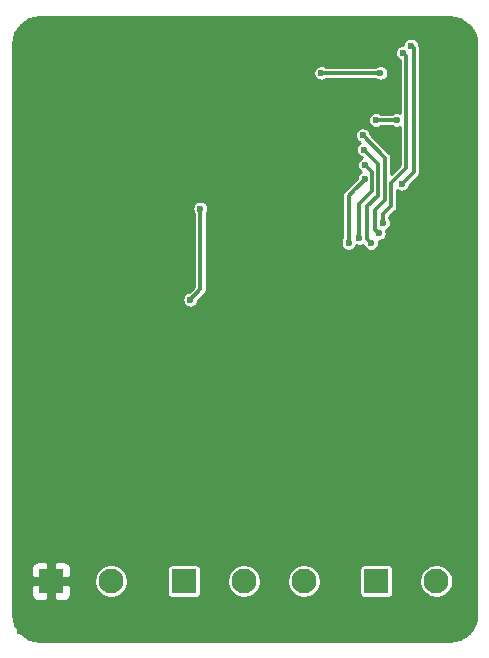
<source format=gbr>
G04 #@! TF.GenerationSoftware,KiCad,Pcbnew,(5.1.8)-1*
G04 #@! TF.CreationDate,2021-06-30T11:31:09+03:00*
G04 #@! TF.ProjectId,CanLite,43616e4c-6974-4652-9e6b-696361645f70,rev?*
G04 #@! TF.SameCoordinates,Original*
G04 #@! TF.FileFunction,Copper,L2,Bot*
G04 #@! TF.FilePolarity,Positive*
%FSLAX46Y46*%
G04 Gerber Fmt 4.6, Leading zero omitted, Abs format (unit mm)*
G04 Created by KiCad (PCBNEW (5.1.8)-1) date 2021-06-30 11:31:09*
%MOMM*%
%LPD*%
G01*
G04 APERTURE LIST*
G04 #@! TA.AperFunction,ComponentPad*
%ADD10C,2.100000*%
G04 #@! TD*
G04 #@! TA.AperFunction,ComponentPad*
%ADD11R,2.100000X2.100000*%
G04 #@! TD*
G04 #@! TA.AperFunction,ViaPad*
%ADD12C,0.600000*%
G04 #@! TD*
G04 #@! TA.AperFunction,Conductor*
%ADD13C,0.300000*%
G04 #@! TD*
G04 #@! TA.AperFunction,Conductor*
%ADD14C,0.254000*%
G04 #@! TD*
G04 #@! TA.AperFunction,Conductor*
%ADD15C,0.100000*%
G04 #@! TD*
G04 APERTURE END LIST*
D10*
X110680000Y-99550000D03*
D11*
X105600000Y-99550000D03*
D10*
X138230000Y-99550000D03*
D11*
X133150000Y-99550000D03*
D10*
X127010000Y-99550000D03*
X121930000Y-99550000D03*
D11*
X116850000Y-99550000D03*
D12*
X133000000Y-80300000D03*
X135500000Y-80300000D03*
X134200000Y-84500000D03*
X117500000Y-79800000D03*
X114600000Y-74000000D03*
X121600000Y-78800000D03*
X103000000Y-103750000D03*
X103000000Y-101750000D03*
X103000000Y-99750000D03*
X103000000Y-97750000D03*
X103000000Y-95750000D03*
X103000000Y-93750000D03*
X103000000Y-91750000D03*
X103000000Y-89750000D03*
X103000000Y-87750000D03*
X103000000Y-85750000D03*
X103000000Y-83750000D03*
X103000000Y-81750000D03*
X103000000Y-79750000D03*
X103000000Y-77750000D03*
X103000000Y-75750000D03*
X103000000Y-73750000D03*
X103000000Y-71750000D03*
X103000000Y-69750000D03*
X103000000Y-67750000D03*
X103000000Y-65750000D03*
X103000000Y-63750000D03*
X103000000Y-61750000D03*
X104500000Y-52250000D03*
X108200000Y-52200000D03*
X109400000Y-52200000D03*
X110600000Y-52200000D03*
X141000000Y-69750000D03*
X141000000Y-91750000D03*
X141000000Y-79750000D03*
X141000000Y-85750000D03*
X141000000Y-63750000D03*
X141000000Y-61750000D03*
X141000000Y-83750000D03*
X141000000Y-89750000D03*
X141000000Y-77750000D03*
X141000000Y-101750000D03*
X141000000Y-97750000D03*
X141000000Y-67750000D03*
X141000000Y-95750000D03*
X141000000Y-99750000D03*
X141000000Y-73750000D03*
X141000000Y-65750000D03*
X141000000Y-87750000D03*
X141000000Y-93750000D03*
X141000000Y-81750000D03*
X141000000Y-71750000D03*
X127000000Y-103750000D03*
X121000000Y-103750000D03*
X117000000Y-103750000D03*
X111000000Y-103750000D03*
X137000000Y-103750000D03*
X125000000Y-103750000D03*
X131000000Y-103750000D03*
X135000000Y-103750000D03*
X123000000Y-103750000D03*
X105000000Y-103750000D03*
X119000000Y-103750000D03*
X133000000Y-103750000D03*
X141000000Y-103750000D03*
X113000000Y-103750000D03*
X139000000Y-103750000D03*
X129000000Y-103750000D03*
X107000000Y-103750000D03*
X115000000Y-103750000D03*
X109000000Y-103750000D03*
X135750000Y-52250000D03*
X137750000Y-52250000D03*
X139750000Y-52250000D03*
X133750000Y-52250000D03*
X113750000Y-102000000D03*
X113750000Y-99750000D03*
X113750000Y-97500000D03*
X113750000Y-95250000D03*
X130000000Y-102000000D03*
X130000000Y-99500000D03*
X130000000Y-97000000D03*
X130000000Y-94750000D03*
X120750000Y-87750000D03*
X120750000Y-87000000D03*
X120750000Y-86250000D03*
X120750000Y-85500000D03*
X120750000Y-84750000D03*
X127750000Y-88000000D03*
X127750000Y-85750000D03*
X127750000Y-86500000D03*
X127750000Y-85000000D03*
X127750000Y-87250000D03*
X103000000Y-59750000D03*
X103000000Y-57750000D03*
X103000000Y-55750000D03*
X103000000Y-53750000D03*
X141000000Y-59750000D03*
X141000000Y-55750000D03*
X141000000Y-53750000D03*
X141000000Y-57750000D03*
X105200000Y-79200000D03*
X104600000Y-79200000D03*
X103000000Y-78800000D03*
X103000000Y-80700000D03*
X104000000Y-79200000D03*
X103800000Y-88700000D03*
X104400000Y-88700000D03*
X105000000Y-88700000D03*
X109900000Y-84100000D03*
X109900000Y-83500000D03*
X109900000Y-82900000D03*
X109900000Y-82300000D03*
X106300000Y-87800000D03*
X109800000Y-86800000D03*
X110900000Y-92800000D03*
X107100000Y-75000000D03*
X110600000Y-76700000D03*
X116300000Y-68600000D03*
X115100000Y-52700000D03*
X128900000Y-52700000D03*
X132200000Y-52700000D03*
X111600000Y-52200000D03*
X106300000Y-52200000D03*
X111000000Y-60800000D03*
X137600000Y-63500000D03*
X121000000Y-57000000D03*
X124200000Y-60300000D03*
X117800000Y-60200000D03*
X121000000Y-63500000D03*
X128500000Y-56500000D03*
X133499994Y-56500000D03*
X133100000Y-60500000D03*
X134900000Y-60500000D03*
X132200000Y-64300000D03*
X131700000Y-70500000D03*
X130800000Y-70900000D03*
X132149990Y-65500000D03*
X133350000Y-70100000D03*
X132000000Y-61800000D03*
X132700000Y-70900000D03*
X132100000Y-63000000D03*
X135400000Y-54800000D03*
X133700000Y-69200000D03*
X135300000Y-65900000D03*
X136100000Y-54200000D03*
X118250000Y-68000000D03*
X117400000Y-75700000D03*
D13*
X128500000Y-56500000D02*
X133499994Y-56500000D01*
X133100000Y-60500000D02*
X134900000Y-60500000D01*
X131700000Y-67600000D02*
X131700000Y-70500000D01*
X132800000Y-66500000D02*
X131700000Y-67600000D01*
X132800000Y-64900000D02*
X132800000Y-66500000D01*
X132200000Y-64300000D02*
X132800000Y-64900000D01*
X130800000Y-66900000D02*
X131300000Y-66400000D01*
X130800000Y-70900000D02*
X130800000Y-66900000D01*
X131100000Y-66600000D02*
X131300000Y-66400000D01*
X132149990Y-65550010D02*
X132149990Y-65500000D01*
X131300000Y-66400000D02*
X132149990Y-65550010D01*
X133900000Y-63700000D02*
X132000000Y-61800000D01*
X133049999Y-68150001D02*
X133900000Y-67300000D01*
X133049999Y-69799999D02*
X133049999Y-68150001D01*
X133900000Y-67300000D02*
X133900000Y-63700000D01*
X133350000Y-70100000D02*
X133049999Y-69799999D01*
X132400001Y-70600001D02*
X132400001Y-67899999D01*
X132700000Y-70900000D02*
X132400001Y-70600001D01*
X132400001Y-67899999D02*
X132400001Y-67799999D01*
X132400001Y-67799999D02*
X133300000Y-66900000D01*
X133300000Y-64200000D02*
X132100000Y-63000000D01*
X133300000Y-66900000D02*
X133300000Y-64200000D01*
X133700000Y-68500000D02*
X133700000Y-69200000D01*
X134400000Y-67800000D02*
X133700000Y-68500000D01*
X134400000Y-65837998D02*
X134400000Y-67800000D01*
X135700000Y-64537998D02*
X134400000Y-65837998D01*
X135700000Y-55100000D02*
X135700000Y-64537998D01*
X135400000Y-54800000D02*
X135700000Y-55100000D01*
X136300000Y-54400000D02*
X136100000Y-54200000D01*
X136300000Y-64900000D02*
X136300000Y-54400000D01*
X135300000Y-65900000D02*
X136300000Y-64900000D01*
X118250000Y-74850000D02*
X118250000Y-68000000D01*
X117400000Y-75700000D02*
X118250000Y-74850000D01*
D14*
X139826549Y-51845751D02*
X140236858Y-51969630D01*
X140615287Y-52170845D01*
X140947429Y-52441733D01*
X141220626Y-52771971D01*
X141424478Y-53148988D01*
X141551218Y-53558418D01*
X141598001Y-54003528D01*
X141598000Y-102380342D01*
X141554249Y-102826549D01*
X141430370Y-103236858D01*
X141229155Y-103615287D01*
X140958267Y-103947429D01*
X140628027Y-104220627D01*
X140251012Y-104424478D01*
X139841582Y-104551218D01*
X139396482Y-104598000D01*
X104619658Y-104598000D01*
X104173451Y-104554249D01*
X103763142Y-104430370D01*
X103384713Y-104229155D01*
X103052571Y-103958267D01*
X102779373Y-103628027D01*
X102575522Y-103251012D01*
X102448782Y-102841582D01*
X102402000Y-102396482D01*
X102402000Y-100600000D01*
X103911928Y-100600000D01*
X103924188Y-100724482D01*
X103960498Y-100844180D01*
X104019463Y-100954494D01*
X104098815Y-101051185D01*
X104195506Y-101130537D01*
X104305820Y-101189502D01*
X104425518Y-101225812D01*
X104550000Y-101238072D01*
X105168250Y-101235000D01*
X105327000Y-101076250D01*
X105327000Y-99823000D01*
X105873000Y-99823000D01*
X105873000Y-101076250D01*
X106031750Y-101235000D01*
X106650000Y-101238072D01*
X106774482Y-101225812D01*
X106894180Y-101189502D01*
X107004494Y-101130537D01*
X107101185Y-101051185D01*
X107180537Y-100954494D01*
X107239502Y-100844180D01*
X107275812Y-100724482D01*
X107288072Y-100600000D01*
X107285000Y-99981750D01*
X107126250Y-99823000D01*
X105873000Y-99823000D01*
X105327000Y-99823000D01*
X104073750Y-99823000D01*
X103915000Y-99981750D01*
X103911928Y-100600000D01*
X102402000Y-100600000D01*
X102402000Y-99409453D01*
X109253000Y-99409453D01*
X109253000Y-99690547D01*
X109307838Y-99966241D01*
X109415409Y-100225938D01*
X109571576Y-100459660D01*
X109770340Y-100658424D01*
X110004062Y-100814591D01*
X110263759Y-100922162D01*
X110539453Y-100977000D01*
X110820547Y-100977000D01*
X111096241Y-100922162D01*
X111355938Y-100814591D01*
X111589660Y-100658424D01*
X111788424Y-100459660D01*
X111944591Y-100225938D01*
X112052162Y-99966241D01*
X112107000Y-99690547D01*
X112107000Y-99409453D01*
X112052162Y-99133759D01*
X111944591Y-98874062D01*
X111788424Y-98640340D01*
X111648084Y-98500000D01*
X115421176Y-98500000D01*
X115421176Y-100600000D01*
X115428455Y-100673905D01*
X115450012Y-100744970D01*
X115485019Y-100810463D01*
X115532131Y-100867869D01*
X115589537Y-100914981D01*
X115655030Y-100949988D01*
X115726095Y-100971545D01*
X115800000Y-100978824D01*
X117900000Y-100978824D01*
X117973905Y-100971545D01*
X118044970Y-100949988D01*
X118110463Y-100914981D01*
X118167869Y-100867869D01*
X118214981Y-100810463D01*
X118249988Y-100744970D01*
X118271545Y-100673905D01*
X118278824Y-100600000D01*
X118278824Y-99409453D01*
X120503000Y-99409453D01*
X120503000Y-99690547D01*
X120557838Y-99966241D01*
X120665409Y-100225938D01*
X120821576Y-100459660D01*
X121020340Y-100658424D01*
X121254062Y-100814591D01*
X121513759Y-100922162D01*
X121789453Y-100977000D01*
X122070547Y-100977000D01*
X122346241Y-100922162D01*
X122605938Y-100814591D01*
X122839660Y-100658424D01*
X123038424Y-100459660D01*
X123194591Y-100225938D01*
X123302162Y-99966241D01*
X123357000Y-99690547D01*
X123357000Y-99409453D01*
X125583000Y-99409453D01*
X125583000Y-99690547D01*
X125637838Y-99966241D01*
X125745409Y-100225938D01*
X125901576Y-100459660D01*
X126100340Y-100658424D01*
X126334062Y-100814591D01*
X126593759Y-100922162D01*
X126869453Y-100977000D01*
X127150547Y-100977000D01*
X127426241Y-100922162D01*
X127685938Y-100814591D01*
X127919660Y-100658424D01*
X128118424Y-100459660D01*
X128274591Y-100225938D01*
X128382162Y-99966241D01*
X128437000Y-99690547D01*
X128437000Y-99409453D01*
X128382162Y-99133759D01*
X128274591Y-98874062D01*
X128118424Y-98640340D01*
X127978084Y-98500000D01*
X131721176Y-98500000D01*
X131721176Y-100600000D01*
X131728455Y-100673905D01*
X131750012Y-100744970D01*
X131785019Y-100810463D01*
X131832131Y-100867869D01*
X131889537Y-100914981D01*
X131955030Y-100949988D01*
X132026095Y-100971545D01*
X132100000Y-100978824D01*
X134200000Y-100978824D01*
X134273905Y-100971545D01*
X134344970Y-100949988D01*
X134410463Y-100914981D01*
X134467869Y-100867869D01*
X134514981Y-100810463D01*
X134549988Y-100744970D01*
X134571545Y-100673905D01*
X134578824Y-100600000D01*
X134578824Y-99409453D01*
X136803000Y-99409453D01*
X136803000Y-99690547D01*
X136857838Y-99966241D01*
X136965409Y-100225938D01*
X137121576Y-100459660D01*
X137320340Y-100658424D01*
X137554062Y-100814591D01*
X137813759Y-100922162D01*
X138089453Y-100977000D01*
X138370547Y-100977000D01*
X138646241Y-100922162D01*
X138905938Y-100814591D01*
X139139660Y-100658424D01*
X139338424Y-100459660D01*
X139494591Y-100225938D01*
X139602162Y-99966241D01*
X139657000Y-99690547D01*
X139657000Y-99409453D01*
X139602162Y-99133759D01*
X139494591Y-98874062D01*
X139338424Y-98640340D01*
X139139660Y-98441576D01*
X138905938Y-98285409D01*
X138646241Y-98177838D01*
X138370547Y-98123000D01*
X138089453Y-98123000D01*
X137813759Y-98177838D01*
X137554062Y-98285409D01*
X137320340Y-98441576D01*
X137121576Y-98640340D01*
X136965409Y-98874062D01*
X136857838Y-99133759D01*
X136803000Y-99409453D01*
X134578824Y-99409453D01*
X134578824Y-98500000D01*
X134571545Y-98426095D01*
X134549988Y-98355030D01*
X134514981Y-98289537D01*
X134467869Y-98232131D01*
X134410463Y-98185019D01*
X134344970Y-98150012D01*
X134273905Y-98128455D01*
X134200000Y-98121176D01*
X132100000Y-98121176D01*
X132026095Y-98128455D01*
X131955030Y-98150012D01*
X131889537Y-98185019D01*
X131832131Y-98232131D01*
X131785019Y-98289537D01*
X131750012Y-98355030D01*
X131728455Y-98426095D01*
X131721176Y-98500000D01*
X127978084Y-98500000D01*
X127919660Y-98441576D01*
X127685938Y-98285409D01*
X127426241Y-98177838D01*
X127150547Y-98123000D01*
X126869453Y-98123000D01*
X126593759Y-98177838D01*
X126334062Y-98285409D01*
X126100340Y-98441576D01*
X125901576Y-98640340D01*
X125745409Y-98874062D01*
X125637838Y-99133759D01*
X125583000Y-99409453D01*
X123357000Y-99409453D01*
X123302162Y-99133759D01*
X123194591Y-98874062D01*
X123038424Y-98640340D01*
X122839660Y-98441576D01*
X122605938Y-98285409D01*
X122346241Y-98177838D01*
X122070547Y-98123000D01*
X121789453Y-98123000D01*
X121513759Y-98177838D01*
X121254062Y-98285409D01*
X121020340Y-98441576D01*
X120821576Y-98640340D01*
X120665409Y-98874062D01*
X120557838Y-99133759D01*
X120503000Y-99409453D01*
X118278824Y-99409453D01*
X118278824Y-98500000D01*
X118271545Y-98426095D01*
X118249988Y-98355030D01*
X118214981Y-98289537D01*
X118167869Y-98232131D01*
X118110463Y-98185019D01*
X118044970Y-98150012D01*
X117973905Y-98128455D01*
X117900000Y-98121176D01*
X115800000Y-98121176D01*
X115726095Y-98128455D01*
X115655030Y-98150012D01*
X115589537Y-98185019D01*
X115532131Y-98232131D01*
X115485019Y-98289537D01*
X115450012Y-98355030D01*
X115428455Y-98426095D01*
X115421176Y-98500000D01*
X111648084Y-98500000D01*
X111589660Y-98441576D01*
X111355938Y-98285409D01*
X111096241Y-98177838D01*
X110820547Y-98123000D01*
X110539453Y-98123000D01*
X110263759Y-98177838D01*
X110004062Y-98285409D01*
X109770340Y-98441576D01*
X109571576Y-98640340D01*
X109415409Y-98874062D01*
X109307838Y-99133759D01*
X109253000Y-99409453D01*
X102402000Y-99409453D01*
X102402000Y-98500000D01*
X103911928Y-98500000D01*
X103915000Y-99118250D01*
X104073750Y-99277000D01*
X105327000Y-99277000D01*
X105327000Y-98023750D01*
X105873000Y-98023750D01*
X105873000Y-99277000D01*
X107126250Y-99277000D01*
X107285000Y-99118250D01*
X107288072Y-98500000D01*
X107275812Y-98375518D01*
X107239502Y-98255820D01*
X107180537Y-98145506D01*
X107101185Y-98048815D01*
X107004494Y-97969463D01*
X106894180Y-97910498D01*
X106774482Y-97874188D01*
X106650000Y-97861928D01*
X106031750Y-97865000D01*
X105873000Y-98023750D01*
X105327000Y-98023750D01*
X105168250Y-97865000D01*
X104550000Y-97861928D01*
X104425518Y-97874188D01*
X104305820Y-97910498D01*
X104195506Y-97969463D01*
X104098815Y-98048815D01*
X104019463Y-98145506D01*
X103960498Y-98255820D01*
X103924188Y-98375518D01*
X103911928Y-98500000D01*
X102402000Y-98500000D01*
X102402000Y-75633321D01*
X116723000Y-75633321D01*
X116723000Y-75766679D01*
X116749016Y-75897474D01*
X116800050Y-76020680D01*
X116874140Y-76131563D01*
X116968437Y-76225860D01*
X117079320Y-76299950D01*
X117202526Y-76350984D01*
X117333321Y-76377000D01*
X117466679Y-76377000D01*
X117597474Y-76350984D01*
X117720680Y-76299950D01*
X117831563Y-76225860D01*
X117925860Y-76131563D01*
X117999950Y-76020680D01*
X118050984Y-75897474D01*
X118076600Y-75768690D01*
X118604344Y-75240947D01*
X118624448Y-75224448D01*
X118690304Y-75144202D01*
X118739239Y-75052650D01*
X118769374Y-74953310D01*
X118777000Y-74875881D01*
X118777000Y-74875880D01*
X118779549Y-74850000D01*
X118777000Y-74824119D01*
X118777000Y-70833321D01*
X130123000Y-70833321D01*
X130123000Y-70966679D01*
X130149016Y-71097474D01*
X130200050Y-71220680D01*
X130274140Y-71331563D01*
X130368437Y-71425860D01*
X130479320Y-71499950D01*
X130602526Y-71550984D01*
X130733321Y-71577000D01*
X130866679Y-71577000D01*
X130997474Y-71550984D01*
X131120680Y-71499950D01*
X131231563Y-71425860D01*
X131325860Y-71331563D01*
X131399950Y-71220680D01*
X131439614Y-71124925D01*
X131502526Y-71150984D01*
X131633321Y-71177000D01*
X131766679Y-71177000D01*
X131897474Y-71150984D01*
X132020680Y-71099950D01*
X132046127Y-71082947D01*
X132049016Y-71097474D01*
X132100050Y-71220680D01*
X132174140Y-71331563D01*
X132268437Y-71425860D01*
X132379320Y-71499950D01*
X132502526Y-71550984D01*
X132633321Y-71577000D01*
X132766679Y-71577000D01*
X132897474Y-71550984D01*
X133020680Y-71499950D01*
X133131563Y-71425860D01*
X133225860Y-71331563D01*
X133299950Y-71220680D01*
X133350984Y-71097474D01*
X133377000Y-70966679D01*
X133377000Y-70833321D01*
X133365797Y-70777000D01*
X133416679Y-70777000D01*
X133547474Y-70750984D01*
X133670680Y-70699950D01*
X133781563Y-70625860D01*
X133875860Y-70531563D01*
X133949950Y-70420680D01*
X134000984Y-70297474D01*
X134027000Y-70166679D01*
X134027000Y-70033321D01*
X134000984Y-69902526D01*
X133967602Y-69821936D01*
X134020680Y-69799950D01*
X134131563Y-69725860D01*
X134225860Y-69631563D01*
X134299950Y-69520680D01*
X134350984Y-69397474D01*
X134377000Y-69266679D01*
X134377000Y-69133321D01*
X134350984Y-69002526D01*
X134299950Y-68879320D01*
X134227000Y-68770143D01*
X134227000Y-68718289D01*
X134754339Y-68190951D01*
X134774448Y-68174448D01*
X134840304Y-68094202D01*
X134889239Y-68002650D01*
X134919374Y-67903310D01*
X134927000Y-67825881D01*
X134927000Y-67825879D01*
X134929549Y-67800001D01*
X134927000Y-67774118D01*
X134927000Y-66464991D01*
X134979320Y-66499950D01*
X135102526Y-66550984D01*
X135233321Y-66577000D01*
X135366679Y-66577000D01*
X135497474Y-66550984D01*
X135620680Y-66499950D01*
X135731563Y-66425860D01*
X135825860Y-66331563D01*
X135899950Y-66220680D01*
X135950984Y-66097474D01*
X135976600Y-65968690D01*
X136654346Y-65290945D01*
X136674448Y-65274448D01*
X136740304Y-65194202D01*
X136789239Y-65102650D01*
X136819374Y-65003310D01*
X136827000Y-64925881D01*
X136827000Y-64925880D01*
X136829549Y-64900000D01*
X136827000Y-64874119D01*
X136827000Y-54425881D01*
X136829549Y-54400000D01*
X136826269Y-54366692D01*
X136819374Y-54296690D01*
X136789239Y-54197350D01*
X136777000Y-54174452D01*
X136777000Y-54133321D01*
X136750984Y-54002526D01*
X136699950Y-53879320D01*
X136625860Y-53768437D01*
X136531563Y-53674140D01*
X136420680Y-53600050D01*
X136297474Y-53549016D01*
X136166679Y-53523000D01*
X136033321Y-53523000D01*
X135902526Y-53549016D01*
X135779320Y-53600050D01*
X135668437Y-53674140D01*
X135574140Y-53768437D01*
X135500050Y-53879320D01*
X135449016Y-54002526D01*
X135425053Y-54123000D01*
X135333321Y-54123000D01*
X135202526Y-54149016D01*
X135079320Y-54200050D01*
X134968437Y-54274140D01*
X134874140Y-54368437D01*
X134800050Y-54479320D01*
X134749016Y-54602526D01*
X134723000Y-54733321D01*
X134723000Y-54866679D01*
X134749016Y-54997474D01*
X134800050Y-55120680D01*
X134874140Y-55231563D01*
X134968437Y-55325860D01*
X135079320Y-55399950D01*
X135173000Y-55438754D01*
X135173001Y-59880300D01*
X135097474Y-59849016D01*
X134966679Y-59823000D01*
X134833321Y-59823000D01*
X134702526Y-59849016D01*
X134579320Y-59900050D01*
X134470143Y-59973000D01*
X133529857Y-59973000D01*
X133420680Y-59900050D01*
X133297474Y-59849016D01*
X133166679Y-59823000D01*
X133033321Y-59823000D01*
X132902526Y-59849016D01*
X132779320Y-59900050D01*
X132668437Y-59974140D01*
X132574140Y-60068437D01*
X132500050Y-60179320D01*
X132449016Y-60302526D01*
X132423000Y-60433321D01*
X132423000Y-60566679D01*
X132449016Y-60697474D01*
X132500050Y-60820680D01*
X132574140Y-60931563D01*
X132668437Y-61025860D01*
X132779320Y-61099950D01*
X132902526Y-61150984D01*
X133033321Y-61177000D01*
X133166679Y-61177000D01*
X133297474Y-61150984D01*
X133420680Y-61099950D01*
X133529857Y-61027000D01*
X134470143Y-61027000D01*
X134579320Y-61099950D01*
X134702526Y-61150984D01*
X134833321Y-61177000D01*
X134966679Y-61177000D01*
X135097474Y-61150984D01*
X135173001Y-61119700D01*
X135173001Y-64319706D01*
X134427000Y-65065708D01*
X134427000Y-63725881D01*
X134429549Y-63700000D01*
X134419374Y-63596690D01*
X134389239Y-63497350D01*
X134340304Y-63405798D01*
X134274448Y-63325552D01*
X134254344Y-63309054D01*
X132676600Y-61731311D01*
X132650984Y-61602526D01*
X132599950Y-61479320D01*
X132525860Y-61368437D01*
X132431563Y-61274140D01*
X132320680Y-61200050D01*
X132197474Y-61149016D01*
X132066679Y-61123000D01*
X131933321Y-61123000D01*
X131802526Y-61149016D01*
X131679320Y-61200050D01*
X131568437Y-61274140D01*
X131474140Y-61368437D01*
X131400050Y-61479320D01*
X131349016Y-61602526D01*
X131323000Y-61733321D01*
X131323000Y-61866679D01*
X131349016Y-61997474D01*
X131400050Y-62120680D01*
X131474140Y-62231563D01*
X131568437Y-62325860D01*
X131679320Y-62399950D01*
X131741144Y-62425559D01*
X131668437Y-62474140D01*
X131574140Y-62568437D01*
X131500050Y-62679320D01*
X131449016Y-62802526D01*
X131423000Y-62933321D01*
X131423000Y-63066679D01*
X131449016Y-63197474D01*
X131500050Y-63320680D01*
X131574140Y-63431563D01*
X131668437Y-63525860D01*
X131779320Y-63599950D01*
X131902526Y-63650984D01*
X131966875Y-63663783D01*
X131879320Y-63700050D01*
X131768437Y-63774140D01*
X131674140Y-63868437D01*
X131600050Y-63979320D01*
X131549016Y-64102526D01*
X131523000Y-64233321D01*
X131523000Y-64366679D01*
X131549016Y-64497474D01*
X131600050Y-64620680D01*
X131674140Y-64731563D01*
X131768437Y-64825860D01*
X131860274Y-64887224D01*
X131829310Y-64900050D01*
X131718427Y-64974140D01*
X131624130Y-65068437D01*
X131550040Y-65179320D01*
X131499006Y-65302526D01*
X131472990Y-65433321D01*
X131472990Y-65481720D01*
X130945666Y-66009045D01*
X130945655Y-66009054D01*
X130445661Y-66509050D01*
X130425553Y-66525552D01*
X130404682Y-66550984D01*
X130359696Y-66605799D01*
X130310761Y-66697351D01*
X130280626Y-66796691D01*
X130270451Y-66900000D01*
X130273001Y-66925891D01*
X130273000Y-70470143D01*
X130200050Y-70579320D01*
X130149016Y-70702526D01*
X130123000Y-70833321D01*
X118777000Y-70833321D01*
X118777000Y-68429857D01*
X118849950Y-68320680D01*
X118900984Y-68197474D01*
X118927000Y-68066679D01*
X118927000Y-67933321D01*
X118900984Y-67802526D01*
X118849950Y-67679320D01*
X118775860Y-67568437D01*
X118681563Y-67474140D01*
X118570680Y-67400050D01*
X118447474Y-67349016D01*
X118316679Y-67323000D01*
X118183321Y-67323000D01*
X118052526Y-67349016D01*
X117929320Y-67400050D01*
X117818437Y-67474140D01*
X117724140Y-67568437D01*
X117650050Y-67679320D01*
X117599016Y-67802526D01*
X117573000Y-67933321D01*
X117573000Y-68066679D01*
X117599016Y-68197474D01*
X117650050Y-68320680D01*
X117723001Y-68429858D01*
X117723000Y-74631709D01*
X117331310Y-75023400D01*
X117202526Y-75049016D01*
X117079320Y-75100050D01*
X116968437Y-75174140D01*
X116874140Y-75268437D01*
X116800050Y-75379320D01*
X116749016Y-75502526D01*
X116723000Y-75633321D01*
X102402000Y-75633321D01*
X102402000Y-56433321D01*
X127823000Y-56433321D01*
X127823000Y-56566679D01*
X127849016Y-56697474D01*
X127900050Y-56820680D01*
X127974140Y-56931563D01*
X128068437Y-57025860D01*
X128179320Y-57099950D01*
X128302526Y-57150984D01*
X128433321Y-57177000D01*
X128566679Y-57177000D01*
X128697474Y-57150984D01*
X128820680Y-57099950D01*
X128929857Y-57027000D01*
X133070137Y-57027000D01*
X133179314Y-57099950D01*
X133302520Y-57150984D01*
X133433315Y-57177000D01*
X133566673Y-57177000D01*
X133697468Y-57150984D01*
X133820674Y-57099950D01*
X133931557Y-57025860D01*
X134025854Y-56931563D01*
X134099944Y-56820680D01*
X134150978Y-56697474D01*
X134176994Y-56566679D01*
X134176994Y-56433321D01*
X134150978Y-56302526D01*
X134099944Y-56179320D01*
X134025854Y-56068437D01*
X133931557Y-55974140D01*
X133820674Y-55900050D01*
X133697468Y-55849016D01*
X133566673Y-55823000D01*
X133433315Y-55823000D01*
X133302520Y-55849016D01*
X133179314Y-55900050D01*
X133070137Y-55973000D01*
X128929857Y-55973000D01*
X128820680Y-55900050D01*
X128697474Y-55849016D01*
X128566679Y-55823000D01*
X128433321Y-55823000D01*
X128302526Y-55849016D01*
X128179320Y-55900050D01*
X128068437Y-55974140D01*
X127974140Y-56068437D01*
X127900050Y-56179320D01*
X127849016Y-56302526D01*
X127823000Y-56433321D01*
X102402000Y-56433321D01*
X102402000Y-54019658D01*
X102445751Y-53573451D01*
X102569630Y-53163142D01*
X102770845Y-52784713D01*
X103041733Y-52452571D01*
X103371971Y-52179374D01*
X103748988Y-51975522D01*
X104158418Y-51848782D01*
X104603519Y-51802000D01*
X139380342Y-51802000D01*
X139826549Y-51845751D01*
G04 #@! TA.AperFunction,Conductor*
D15*
G36*
X139826549Y-51845751D02*
G01*
X140236858Y-51969630D01*
X140615287Y-52170845D01*
X140947429Y-52441733D01*
X141220626Y-52771971D01*
X141424478Y-53148988D01*
X141551218Y-53558418D01*
X141598001Y-54003528D01*
X141598000Y-102380342D01*
X141554249Y-102826549D01*
X141430370Y-103236858D01*
X141229155Y-103615287D01*
X140958267Y-103947429D01*
X140628027Y-104220627D01*
X140251012Y-104424478D01*
X139841582Y-104551218D01*
X139396482Y-104598000D01*
X104619658Y-104598000D01*
X104173451Y-104554249D01*
X103763142Y-104430370D01*
X103384713Y-104229155D01*
X103052571Y-103958267D01*
X102779373Y-103628027D01*
X102575522Y-103251012D01*
X102448782Y-102841582D01*
X102402000Y-102396482D01*
X102402000Y-100600000D01*
X103911928Y-100600000D01*
X103924188Y-100724482D01*
X103960498Y-100844180D01*
X104019463Y-100954494D01*
X104098815Y-101051185D01*
X104195506Y-101130537D01*
X104305820Y-101189502D01*
X104425518Y-101225812D01*
X104550000Y-101238072D01*
X105168250Y-101235000D01*
X105327000Y-101076250D01*
X105327000Y-99823000D01*
X105873000Y-99823000D01*
X105873000Y-101076250D01*
X106031750Y-101235000D01*
X106650000Y-101238072D01*
X106774482Y-101225812D01*
X106894180Y-101189502D01*
X107004494Y-101130537D01*
X107101185Y-101051185D01*
X107180537Y-100954494D01*
X107239502Y-100844180D01*
X107275812Y-100724482D01*
X107288072Y-100600000D01*
X107285000Y-99981750D01*
X107126250Y-99823000D01*
X105873000Y-99823000D01*
X105327000Y-99823000D01*
X104073750Y-99823000D01*
X103915000Y-99981750D01*
X103911928Y-100600000D01*
X102402000Y-100600000D01*
X102402000Y-99409453D01*
X109253000Y-99409453D01*
X109253000Y-99690547D01*
X109307838Y-99966241D01*
X109415409Y-100225938D01*
X109571576Y-100459660D01*
X109770340Y-100658424D01*
X110004062Y-100814591D01*
X110263759Y-100922162D01*
X110539453Y-100977000D01*
X110820547Y-100977000D01*
X111096241Y-100922162D01*
X111355938Y-100814591D01*
X111589660Y-100658424D01*
X111788424Y-100459660D01*
X111944591Y-100225938D01*
X112052162Y-99966241D01*
X112107000Y-99690547D01*
X112107000Y-99409453D01*
X112052162Y-99133759D01*
X111944591Y-98874062D01*
X111788424Y-98640340D01*
X111648084Y-98500000D01*
X115421176Y-98500000D01*
X115421176Y-100600000D01*
X115428455Y-100673905D01*
X115450012Y-100744970D01*
X115485019Y-100810463D01*
X115532131Y-100867869D01*
X115589537Y-100914981D01*
X115655030Y-100949988D01*
X115726095Y-100971545D01*
X115800000Y-100978824D01*
X117900000Y-100978824D01*
X117973905Y-100971545D01*
X118044970Y-100949988D01*
X118110463Y-100914981D01*
X118167869Y-100867869D01*
X118214981Y-100810463D01*
X118249988Y-100744970D01*
X118271545Y-100673905D01*
X118278824Y-100600000D01*
X118278824Y-99409453D01*
X120503000Y-99409453D01*
X120503000Y-99690547D01*
X120557838Y-99966241D01*
X120665409Y-100225938D01*
X120821576Y-100459660D01*
X121020340Y-100658424D01*
X121254062Y-100814591D01*
X121513759Y-100922162D01*
X121789453Y-100977000D01*
X122070547Y-100977000D01*
X122346241Y-100922162D01*
X122605938Y-100814591D01*
X122839660Y-100658424D01*
X123038424Y-100459660D01*
X123194591Y-100225938D01*
X123302162Y-99966241D01*
X123357000Y-99690547D01*
X123357000Y-99409453D01*
X125583000Y-99409453D01*
X125583000Y-99690547D01*
X125637838Y-99966241D01*
X125745409Y-100225938D01*
X125901576Y-100459660D01*
X126100340Y-100658424D01*
X126334062Y-100814591D01*
X126593759Y-100922162D01*
X126869453Y-100977000D01*
X127150547Y-100977000D01*
X127426241Y-100922162D01*
X127685938Y-100814591D01*
X127919660Y-100658424D01*
X128118424Y-100459660D01*
X128274591Y-100225938D01*
X128382162Y-99966241D01*
X128437000Y-99690547D01*
X128437000Y-99409453D01*
X128382162Y-99133759D01*
X128274591Y-98874062D01*
X128118424Y-98640340D01*
X127978084Y-98500000D01*
X131721176Y-98500000D01*
X131721176Y-100600000D01*
X131728455Y-100673905D01*
X131750012Y-100744970D01*
X131785019Y-100810463D01*
X131832131Y-100867869D01*
X131889537Y-100914981D01*
X131955030Y-100949988D01*
X132026095Y-100971545D01*
X132100000Y-100978824D01*
X134200000Y-100978824D01*
X134273905Y-100971545D01*
X134344970Y-100949988D01*
X134410463Y-100914981D01*
X134467869Y-100867869D01*
X134514981Y-100810463D01*
X134549988Y-100744970D01*
X134571545Y-100673905D01*
X134578824Y-100600000D01*
X134578824Y-99409453D01*
X136803000Y-99409453D01*
X136803000Y-99690547D01*
X136857838Y-99966241D01*
X136965409Y-100225938D01*
X137121576Y-100459660D01*
X137320340Y-100658424D01*
X137554062Y-100814591D01*
X137813759Y-100922162D01*
X138089453Y-100977000D01*
X138370547Y-100977000D01*
X138646241Y-100922162D01*
X138905938Y-100814591D01*
X139139660Y-100658424D01*
X139338424Y-100459660D01*
X139494591Y-100225938D01*
X139602162Y-99966241D01*
X139657000Y-99690547D01*
X139657000Y-99409453D01*
X139602162Y-99133759D01*
X139494591Y-98874062D01*
X139338424Y-98640340D01*
X139139660Y-98441576D01*
X138905938Y-98285409D01*
X138646241Y-98177838D01*
X138370547Y-98123000D01*
X138089453Y-98123000D01*
X137813759Y-98177838D01*
X137554062Y-98285409D01*
X137320340Y-98441576D01*
X137121576Y-98640340D01*
X136965409Y-98874062D01*
X136857838Y-99133759D01*
X136803000Y-99409453D01*
X134578824Y-99409453D01*
X134578824Y-98500000D01*
X134571545Y-98426095D01*
X134549988Y-98355030D01*
X134514981Y-98289537D01*
X134467869Y-98232131D01*
X134410463Y-98185019D01*
X134344970Y-98150012D01*
X134273905Y-98128455D01*
X134200000Y-98121176D01*
X132100000Y-98121176D01*
X132026095Y-98128455D01*
X131955030Y-98150012D01*
X131889537Y-98185019D01*
X131832131Y-98232131D01*
X131785019Y-98289537D01*
X131750012Y-98355030D01*
X131728455Y-98426095D01*
X131721176Y-98500000D01*
X127978084Y-98500000D01*
X127919660Y-98441576D01*
X127685938Y-98285409D01*
X127426241Y-98177838D01*
X127150547Y-98123000D01*
X126869453Y-98123000D01*
X126593759Y-98177838D01*
X126334062Y-98285409D01*
X126100340Y-98441576D01*
X125901576Y-98640340D01*
X125745409Y-98874062D01*
X125637838Y-99133759D01*
X125583000Y-99409453D01*
X123357000Y-99409453D01*
X123302162Y-99133759D01*
X123194591Y-98874062D01*
X123038424Y-98640340D01*
X122839660Y-98441576D01*
X122605938Y-98285409D01*
X122346241Y-98177838D01*
X122070547Y-98123000D01*
X121789453Y-98123000D01*
X121513759Y-98177838D01*
X121254062Y-98285409D01*
X121020340Y-98441576D01*
X120821576Y-98640340D01*
X120665409Y-98874062D01*
X120557838Y-99133759D01*
X120503000Y-99409453D01*
X118278824Y-99409453D01*
X118278824Y-98500000D01*
X118271545Y-98426095D01*
X118249988Y-98355030D01*
X118214981Y-98289537D01*
X118167869Y-98232131D01*
X118110463Y-98185019D01*
X118044970Y-98150012D01*
X117973905Y-98128455D01*
X117900000Y-98121176D01*
X115800000Y-98121176D01*
X115726095Y-98128455D01*
X115655030Y-98150012D01*
X115589537Y-98185019D01*
X115532131Y-98232131D01*
X115485019Y-98289537D01*
X115450012Y-98355030D01*
X115428455Y-98426095D01*
X115421176Y-98500000D01*
X111648084Y-98500000D01*
X111589660Y-98441576D01*
X111355938Y-98285409D01*
X111096241Y-98177838D01*
X110820547Y-98123000D01*
X110539453Y-98123000D01*
X110263759Y-98177838D01*
X110004062Y-98285409D01*
X109770340Y-98441576D01*
X109571576Y-98640340D01*
X109415409Y-98874062D01*
X109307838Y-99133759D01*
X109253000Y-99409453D01*
X102402000Y-99409453D01*
X102402000Y-98500000D01*
X103911928Y-98500000D01*
X103915000Y-99118250D01*
X104073750Y-99277000D01*
X105327000Y-99277000D01*
X105327000Y-98023750D01*
X105873000Y-98023750D01*
X105873000Y-99277000D01*
X107126250Y-99277000D01*
X107285000Y-99118250D01*
X107288072Y-98500000D01*
X107275812Y-98375518D01*
X107239502Y-98255820D01*
X107180537Y-98145506D01*
X107101185Y-98048815D01*
X107004494Y-97969463D01*
X106894180Y-97910498D01*
X106774482Y-97874188D01*
X106650000Y-97861928D01*
X106031750Y-97865000D01*
X105873000Y-98023750D01*
X105327000Y-98023750D01*
X105168250Y-97865000D01*
X104550000Y-97861928D01*
X104425518Y-97874188D01*
X104305820Y-97910498D01*
X104195506Y-97969463D01*
X104098815Y-98048815D01*
X104019463Y-98145506D01*
X103960498Y-98255820D01*
X103924188Y-98375518D01*
X103911928Y-98500000D01*
X102402000Y-98500000D01*
X102402000Y-75633321D01*
X116723000Y-75633321D01*
X116723000Y-75766679D01*
X116749016Y-75897474D01*
X116800050Y-76020680D01*
X116874140Y-76131563D01*
X116968437Y-76225860D01*
X117079320Y-76299950D01*
X117202526Y-76350984D01*
X117333321Y-76377000D01*
X117466679Y-76377000D01*
X117597474Y-76350984D01*
X117720680Y-76299950D01*
X117831563Y-76225860D01*
X117925860Y-76131563D01*
X117999950Y-76020680D01*
X118050984Y-75897474D01*
X118076600Y-75768690D01*
X118604344Y-75240947D01*
X118624448Y-75224448D01*
X118690304Y-75144202D01*
X118739239Y-75052650D01*
X118769374Y-74953310D01*
X118777000Y-74875881D01*
X118777000Y-74875880D01*
X118779549Y-74850000D01*
X118777000Y-74824119D01*
X118777000Y-70833321D01*
X130123000Y-70833321D01*
X130123000Y-70966679D01*
X130149016Y-71097474D01*
X130200050Y-71220680D01*
X130274140Y-71331563D01*
X130368437Y-71425860D01*
X130479320Y-71499950D01*
X130602526Y-71550984D01*
X130733321Y-71577000D01*
X130866679Y-71577000D01*
X130997474Y-71550984D01*
X131120680Y-71499950D01*
X131231563Y-71425860D01*
X131325860Y-71331563D01*
X131399950Y-71220680D01*
X131439614Y-71124925D01*
X131502526Y-71150984D01*
X131633321Y-71177000D01*
X131766679Y-71177000D01*
X131897474Y-71150984D01*
X132020680Y-71099950D01*
X132046127Y-71082947D01*
X132049016Y-71097474D01*
X132100050Y-71220680D01*
X132174140Y-71331563D01*
X132268437Y-71425860D01*
X132379320Y-71499950D01*
X132502526Y-71550984D01*
X132633321Y-71577000D01*
X132766679Y-71577000D01*
X132897474Y-71550984D01*
X133020680Y-71499950D01*
X133131563Y-71425860D01*
X133225860Y-71331563D01*
X133299950Y-71220680D01*
X133350984Y-71097474D01*
X133377000Y-70966679D01*
X133377000Y-70833321D01*
X133365797Y-70777000D01*
X133416679Y-70777000D01*
X133547474Y-70750984D01*
X133670680Y-70699950D01*
X133781563Y-70625860D01*
X133875860Y-70531563D01*
X133949950Y-70420680D01*
X134000984Y-70297474D01*
X134027000Y-70166679D01*
X134027000Y-70033321D01*
X134000984Y-69902526D01*
X133967602Y-69821936D01*
X134020680Y-69799950D01*
X134131563Y-69725860D01*
X134225860Y-69631563D01*
X134299950Y-69520680D01*
X134350984Y-69397474D01*
X134377000Y-69266679D01*
X134377000Y-69133321D01*
X134350984Y-69002526D01*
X134299950Y-68879320D01*
X134227000Y-68770143D01*
X134227000Y-68718289D01*
X134754339Y-68190951D01*
X134774448Y-68174448D01*
X134840304Y-68094202D01*
X134889239Y-68002650D01*
X134919374Y-67903310D01*
X134927000Y-67825881D01*
X134927000Y-67825879D01*
X134929549Y-67800001D01*
X134927000Y-67774118D01*
X134927000Y-66464991D01*
X134979320Y-66499950D01*
X135102526Y-66550984D01*
X135233321Y-66577000D01*
X135366679Y-66577000D01*
X135497474Y-66550984D01*
X135620680Y-66499950D01*
X135731563Y-66425860D01*
X135825860Y-66331563D01*
X135899950Y-66220680D01*
X135950984Y-66097474D01*
X135976600Y-65968690D01*
X136654346Y-65290945D01*
X136674448Y-65274448D01*
X136740304Y-65194202D01*
X136789239Y-65102650D01*
X136819374Y-65003310D01*
X136827000Y-64925881D01*
X136827000Y-64925880D01*
X136829549Y-64900000D01*
X136827000Y-64874119D01*
X136827000Y-54425881D01*
X136829549Y-54400000D01*
X136826269Y-54366692D01*
X136819374Y-54296690D01*
X136789239Y-54197350D01*
X136777000Y-54174452D01*
X136777000Y-54133321D01*
X136750984Y-54002526D01*
X136699950Y-53879320D01*
X136625860Y-53768437D01*
X136531563Y-53674140D01*
X136420680Y-53600050D01*
X136297474Y-53549016D01*
X136166679Y-53523000D01*
X136033321Y-53523000D01*
X135902526Y-53549016D01*
X135779320Y-53600050D01*
X135668437Y-53674140D01*
X135574140Y-53768437D01*
X135500050Y-53879320D01*
X135449016Y-54002526D01*
X135425053Y-54123000D01*
X135333321Y-54123000D01*
X135202526Y-54149016D01*
X135079320Y-54200050D01*
X134968437Y-54274140D01*
X134874140Y-54368437D01*
X134800050Y-54479320D01*
X134749016Y-54602526D01*
X134723000Y-54733321D01*
X134723000Y-54866679D01*
X134749016Y-54997474D01*
X134800050Y-55120680D01*
X134874140Y-55231563D01*
X134968437Y-55325860D01*
X135079320Y-55399950D01*
X135173000Y-55438754D01*
X135173001Y-59880300D01*
X135097474Y-59849016D01*
X134966679Y-59823000D01*
X134833321Y-59823000D01*
X134702526Y-59849016D01*
X134579320Y-59900050D01*
X134470143Y-59973000D01*
X133529857Y-59973000D01*
X133420680Y-59900050D01*
X133297474Y-59849016D01*
X133166679Y-59823000D01*
X133033321Y-59823000D01*
X132902526Y-59849016D01*
X132779320Y-59900050D01*
X132668437Y-59974140D01*
X132574140Y-60068437D01*
X132500050Y-60179320D01*
X132449016Y-60302526D01*
X132423000Y-60433321D01*
X132423000Y-60566679D01*
X132449016Y-60697474D01*
X132500050Y-60820680D01*
X132574140Y-60931563D01*
X132668437Y-61025860D01*
X132779320Y-61099950D01*
X132902526Y-61150984D01*
X133033321Y-61177000D01*
X133166679Y-61177000D01*
X133297474Y-61150984D01*
X133420680Y-61099950D01*
X133529857Y-61027000D01*
X134470143Y-61027000D01*
X134579320Y-61099950D01*
X134702526Y-61150984D01*
X134833321Y-61177000D01*
X134966679Y-61177000D01*
X135097474Y-61150984D01*
X135173001Y-61119700D01*
X135173001Y-64319706D01*
X134427000Y-65065708D01*
X134427000Y-63725881D01*
X134429549Y-63700000D01*
X134419374Y-63596690D01*
X134389239Y-63497350D01*
X134340304Y-63405798D01*
X134274448Y-63325552D01*
X134254344Y-63309054D01*
X132676600Y-61731311D01*
X132650984Y-61602526D01*
X132599950Y-61479320D01*
X132525860Y-61368437D01*
X132431563Y-61274140D01*
X132320680Y-61200050D01*
X132197474Y-61149016D01*
X132066679Y-61123000D01*
X131933321Y-61123000D01*
X131802526Y-61149016D01*
X131679320Y-61200050D01*
X131568437Y-61274140D01*
X131474140Y-61368437D01*
X131400050Y-61479320D01*
X131349016Y-61602526D01*
X131323000Y-61733321D01*
X131323000Y-61866679D01*
X131349016Y-61997474D01*
X131400050Y-62120680D01*
X131474140Y-62231563D01*
X131568437Y-62325860D01*
X131679320Y-62399950D01*
X131741144Y-62425559D01*
X131668437Y-62474140D01*
X131574140Y-62568437D01*
X131500050Y-62679320D01*
X131449016Y-62802526D01*
X131423000Y-62933321D01*
X131423000Y-63066679D01*
X131449016Y-63197474D01*
X131500050Y-63320680D01*
X131574140Y-63431563D01*
X131668437Y-63525860D01*
X131779320Y-63599950D01*
X131902526Y-63650984D01*
X131966875Y-63663783D01*
X131879320Y-63700050D01*
X131768437Y-63774140D01*
X131674140Y-63868437D01*
X131600050Y-63979320D01*
X131549016Y-64102526D01*
X131523000Y-64233321D01*
X131523000Y-64366679D01*
X131549016Y-64497474D01*
X131600050Y-64620680D01*
X131674140Y-64731563D01*
X131768437Y-64825860D01*
X131860274Y-64887224D01*
X131829310Y-64900050D01*
X131718427Y-64974140D01*
X131624130Y-65068437D01*
X131550040Y-65179320D01*
X131499006Y-65302526D01*
X131472990Y-65433321D01*
X131472990Y-65481720D01*
X130945666Y-66009045D01*
X130945655Y-66009054D01*
X130445661Y-66509050D01*
X130425553Y-66525552D01*
X130404682Y-66550984D01*
X130359696Y-66605799D01*
X130310761Y-66697351D01*
X130280626Y-66796691D01*
X130270451Y-66900000D01*
X130273001Y-66925891D01*
X130273000Y-70470143D01*
X130200050Y-70579320D01*
X130149016Y-70702526D01*
X130123000Y-70833321D01*
X118777000Y-70833321D01*
X118777000Y-68429857D01*
X118849950Y-68320680D01*
X118900984Y-68197474D01*
X118927000Y-68066679D01*
X118927000Y-67933321D01*
X118900984Y-67802526D01*
X118849950Y-67679320D01*
X118775860Y-67568437D01*
X118681563Y-67474140D01*
X118570680Y-67400050D01*
X118447474Y-67349016D01*
X118316679Y-67323000D01*
X118183321Y-67323000D01*
X118052526Y-67349016D01*
X117929320Y-67400050D01*
X117818437Y-67474140D01*
X117724140Y-67568437D01*
X117650050Y-67679320D01*
X117599016Y-67802526D01*
X117573000Y-67933321D01*
X117573000Y-68066679D01*
X117599016Y-68197474D01*
X117650050Y-68320680D01*
X117723001Y-68429858D01*
X117723000Y-74631709D01*
X117331310Y-75023400D01*
X117202526Y-75049016D01*
X117079320Y-75100050D01*
X116968437Y-75174140D01*
X116874140Y-75268437D01*
X116800050Y-75379320D01*
X116749016Y-75502526D01*
X116723000Y-75633321D01*
X102402000Y-75633321D01*
X102402000Y-56433321D01*
X127823000Y-56433321D01*
X127823000Y-56566679D01*
X127849016Y-56697474D01*
X127900050Y-56820680D01*
X127974140Y-56931563D01*
X128068437Y-57025860D01*
X128179320Y-57099950D01*
X128302526Y-57150984D01*
X128433321Y-57177000D01*
X128566679Y-57177000D01*
X128697474Y-57150984D01*
X128820680Y-57099950D01*
X128929857Y-57027000D01*
X133070137Y-57027000D01*
X133179314Y-57099950D01*
X133302520Y-57150984D01*
X133433315Y-57177000D01*
X133566673Y-57177000D01*
X133697468Y-57150984D01*
X133820674Y-57099950D01*
X133931557Y-57025860D01*
X134025854Y-56931563D01*
X134099944Y-56820680D01*
X134150978Y-56697474D01*
X134176994Y-56566679D01*
X134176994Y-56433321D01*
X134150978Y-56302526D01*
X134099944Y-56179320D01*
X134025854Y-56068437D01*
X133931557Y-55974140D01*
X133820674Y-55900050D01*
X133697468Y-55849016D01*
X133566673Y-55823000D01*
X133433315Y-55823000D01*
X133302520Y-55849016D01*
X133179314Y-55900050D01*
X133070137Y-55973000D01*
X128929857Y-55973000D01*
X128820680Y-55900050D01*
X128697474Y-55849016D01*
X128566679Y-55823000D01*
X128433321Y-55823000D01*
X128302526Y-55849016D01*
X128179320Y-55900050D01*
X128068437Y-55974140D01*
X127974140Y-56068437D01*
X127900050Y-56179320D01*
X127849016Y-56302526D01*
X127823000Y-56433321D01*
X102402000Y-56433321D01*
X102402000Y-54019658D01*
X102445751Y-53573451D01*
X102569630Y-53163142D01*
X102770845Y-52784713D01*
X103041733Y-52452571D01*
X103371971Y-52179374D01*
X103748988Y-51975522D01*
X104158418Y-51848782D01*
X104603519Y-51802000D01*
X139380342Y-51802000D01*
X139826549Y-51845751D01*
G37*
G04 #@! TD.AperFunction*
M02*

</source>
